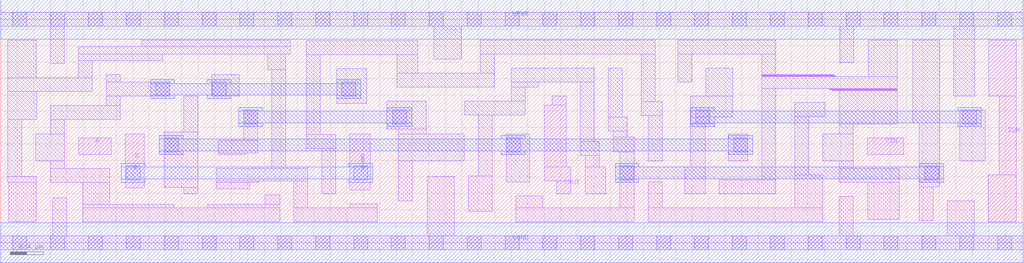
<source format=lef>
# Copyright 2020 The SkyWater PDK Authors
#
# Licensed under the Apache License, Version 2.0 (the "License");
# you may not use this file except in compliance with the License.
# You may obtain a copy of the License at
#
#     https://www.apache.org/licenses/LICENSE-2.0
#
# Unless required by applicable law or agreed to in writing, software
# distributed under the License is distributed on an "AS IS" BASIS,
# WITHOUT WARRANTIES OR CONDITIONS OF ANY KIND, either express or implied.
# See the License for the specific language governing permissions and
# limitations under the License.
#
# SPDX-License-Identifier: Apache-2.0

VERSION 5.7 ;
  NOWIREEXTENSIONATPIN ON ;
  DIVIDERCHAR "/" ;
  BUSBITCHARS "[]" ;
UNITS
  DATABASE MICRONS 200 ;
END UNITS
MACRO sky130_fd_sc_hd__fahcin_1
  CLASS CORE ;
  FOREIGN sky130_fd_sc_hd__fahcin_1 ;
  ORIGIN  0.000000  0.000000 ;
  SIZE  12.42000 BY  2.720000 ;
  SYMMETRY X Y R90 ;
  SITE unithd ;
  PIN A
    ANTENNAGATEAREA  0.247500 ;
    DIRECTION INPUT ;
    USE SIGNAL ;
    PORT
      LAYER li1 ;
        RECT 0.950000 1.075000 1.340000 1.275000 ;
    END
  END A
  PIN B
    ANTENNAGATEAREA  0.691500 ;
    DIRECTION INPUT ;
    USE SIGNAL ;
    PORT
      LAYER li1 ;
        RECT 1.510000 0.665000 1.740000 1.325000 ;
      LAYER mcon ;
        RECT 1.525000 0.765000 1.695000 0.935000 ;
    END
    PORT
      LAYER li1 ;
        RECT 4.240000 0.645000 4.490000 1.325000 ;
      LAYER mcon ;
        RECT 4.285000 0.765000 4.455000 0.935000 ;
    END
    PORT
      LAYER met1 ;
        RECT 1.465000 0.735000 1.755000 0.780000 ;
        RECT 1.465000 0.780000 4.515000 0.920000 ;
        RECT 1.465000 0.920000 1.755000 0.965000 ;
        RECT 4.225000 0.735000 4.515000 0.780000 ;
        RECT 4.225000 0.920000 4.515000 0.965000 ;
    END
  END B
  PIN CIN
    ANTENNAGATEAREA  0.493500 ;
    DIRECTION INPUT ;
    USE SIGNAL ;
    PORT
      LAYER li1 ;
        RECT 10.520000 1.075000 10.965000 1.275000 ;
    END
  END CIN
  PIN COUT
    ANTENNADIFFAREA  0.402800 ;
    DIRECTION OUTPUT ;
    USE SIGNAL ;
    PORT
      LAYER li1 ;
        RECT 6.600000 0.755000 6.925000 0.925000 ;
        RECT 6.600000 0.925000 6.870000 1.675000 ;
        RECT 6.700000 1.675000 6.870000 1.785000 ;
        RECT 6.755000 0.595000 6.925000 0.755000 ;
    END
  END COUT
  PIN SUM
    ANTENNADIFFAREA  0.470250 ;
    DIRECTION OUTPUT ;
    USE SIGNAL ;
    PORT
      LAYER li1 ;
        RECT 11.995000 0.255000 12.335000 0.825000 ;
        RECT 12.000000 1.785000 12.335000 2.465000 ;
        RECT 12.125000 0.825000 12.335000 1.785000 ;
    END
  END SUM
  PIN VGND
    DIRECTION INOUT ;
    SHAPE ABUTMENT ;
    USE GROUND ;
    PORT
      LAYER met1 ;
        RECT 0.000000 -0.240000 12.420000 0.240000 ;
    END
  END VGND
  PIN VPWR
    DIRECTION INOUT ;
    SHAPE ABUTMENT ;
    USE POWER ;
    PORT
      LAYER met1 ;
        RECT 0.000000 2.480000 12.420000 2.960000 ;
    END
  END VPWR
  OBS
    LAYER li1 ;
      RECT  0.000000 -0.085000 12.420000 0.085000 ;
      RECT  0.000000  2.635000 12.420000 2.805000 ;
      RECT  0.085000  0.735000  0.430000 0.805000 ;
      RECT  0.085000  0.805000  0.255000 1.500000 ;
      RECT  0.085000  1.500000  0.440000 1.840000 ;
      RECT  0.085000  1.840000  1.110000 2.010000 ;
      RECT  0.085000  2.010000  0.430000 2.465000 ;
      RECT  0.100000  0.255000  0.430000 0.735000 ;
      RECT  0.425000  0.995000  0.780000 1.325000 ;
      RECT  0.600000  2.180000  0.770000 2.635000 ;
      RECT  0.610000  0.735000  1.325000 0.905000 ;
      RECT  0.610000  0.905000  0.780000 0.995000 ;
      RECT  0.610000  1.325000  0.780000 1.500000 ;
      RECT  0.610000  1.500000  1.450000 1.670000 ;
      RECT  0.630000  0.085000  0.800000 0.545000 ;
      RECT  0.940000  2.010000  1.110000 2.215000 ;
      RECT  0.940000  2.215000  1.970000 2.295000 ;
      RECT  0.940000  2.295000  3.515000 2.385000 ;
      RECT  0.995000  0.255000  3.390000 0.425000 ;
      RECT  0.995000  0.425000  2.100000 0.465000 ;
      RECT  0.995000  0.465000  1.325000 0.735000 ;
      RECT  1.280000  1.670000  1.450000 1.785000 ;
      RECT  1.280000  1.785000  2.050000 1.955000 ;
      RECT  1.280000  1.955000  1.450000 2.045000 ;
      RECT  1.715000  2.385000  3.515000 2.465000 ;
      RECT  1.985000  0.675000  2.390000 1.350000 ;
      RECT  2.220000  0.595000  2.390000 0.675000 ;
      RECT  2.220000  1.350000  2.390000 1.785000 ;
      RECT  2.515000  0.425000  3.390000 0.465000 ;
      RECT  2.565000  1.785000  2.895000 2.045000 ;
      RECT  2.620000  0.655000  3.025000 0.735000 ;
      RECT  2.620000  0.735000  3.135000 0.755000 ;
      RECT  2.620000  0.755000  3.730000 0.905000 ;
      RECT  2.640000  1.075000  2.970000 1.095000 ;
      RECT  2.640000  1.095000  3.120000 1.245000 ;
      RECT  2.800000  1.245000  3.120000 1.265000 ;
      RECT  2.950000  1.265000  3.120000 1.615000 ;
      RECT  3.055000  0.905000  3.730000 0.925000 ;
      RECT  3.215000  0.465000  3.390000 0.585000 ;
      RECT  3.245000  2.110000  3.460000 2.295000 ;
      RECT  3.290000  0.925000  3.460000 2.110000 ;
      RECT  3.560000  0.255000  4.570000 0.425000 ;
      RECT  3.560000  0.425000  3.730000 0.755000 ;
      RECT  3.710000  1.150000  4.070000 1.320000 ;
      RECT  3.710000  1.320000  3.880000 2.290000 ;
      RECT  3.710000  2.290000  5.065000 2.460000 ;
      RECT  3.900000  0.595000  4.070000 1.150000 ;
      RECT  4.080000  1.695000  4.445000 2.120000 ;
      RECT  4.240000  0.425000  4.570000 0.475000 ;
      RECT  4.690000  1.385000  5.170000 1.725000 ;
      RECT  4.815000  1.895000  5.995000 2.065000 ;
      RECT  4.815000  2.065000  5.065000 2.290000 ;
      RECT  4.830000  0.510000  5.000000 0.995000 ;
      RECT  4.830000  0.995000  5.630000 1.325000 ;
      RECT  4.830000  1.325000  5.170000 1.385000 ;
      RECT  5.180000  0.085000  5.510000 0.805000 ;
      RECT  5.260000  2.235000  5.590000 2.635000 ;
      RECT  5.635000  1.555000  6.370000 1.725000 ;
      RECT  5.680000  0.380000  5.970000 0.815000 ;
      RECT  5.800000  0.815000  5.970000 1.555000 ;
      RECT  5.825000  2.065000  5.995000 2.295000 ;
      RECT  5.825000  2.295000  7.950000 2.465000 ;
      RECT  6.140000  0.740000  6.425000 1.325000 ;
      RECT  6.200000  1.725000  6.370000 1.895000 ;
      RECT  6.200000  1.895000  6.530000 1.955000 ;
      RECT  6.200000  1.955000  7.210000 2.125000 ;
      RECT  6.255000  0.255000  7.695000 0.425000 ;
      RECT  6.255000  0.425000  6.585000 0.570000 ;
      RECT  7.040000  1.060000  7.270000 1.230000 ;
      RECT  7.040000  1.230000  7.210000 1.955000 ;
      RECT  7.100000  0.595000  7.350000 0.925000 ;
      RECT  7.100000  0.925000  7.270000 1.060000 ;
      RECT  7.380000  1.360000  7.610000 1.530000 ;
      RECT  7.380000  1.530000  7.550000 2.125000 ;
      RECT  7.440000  1.105000  7.695000 1.290000 ;
      RECT  7.440000  1.290000  7.610000 1.360000 ;
      RECT  7.520000  0.425000  7.695000 1.105000 ;
      RECT  7.780000  1.550000  8.035000 1.720000 ;
      RECT  7.780000  1.720000  7.950000 2.295000 ;
      RECT  7.865000  0.255000  9.980000 0.425000 ;
      RECT  7.865000  0.425000  8.035000 0.740000 ;
      RECT  7.865000  0.995000  8.035000 1.550000 ;
      RECT  8.220000  1.955000  8.390000 2.295000 ;
      RECT  8.220000  2.295000  9.410000 2.465000 ;
      RECT  8.305000  0.595000  8.555000 0.925000 ;
      RECT  8.375000  0.925000  8.555000 1.445000 ;
      RECT  8.375000  1.445000  8.670000 1.530000 ;
      RECT  8.375000  1.530000  8.890000 1.785000 ;
      RECT  8.560000  1.785000  8.890000 2.125000 ;
      RECT  8.725000  0.595000  9.410000 0.765000 ;
      RECT  8.835000  0.995000  9.070000 1.325000 ;
      RECT  9.240000  0.765000  9.410000 1.875000 ;
      RECT  9.240000  1.875000 10.885000 2.025000 ;
      RECT  9.240000  2.025000 10.145000 2.030000 ;
      RECT  9.240000  2.030000 10.130000 2.035000 ;
      RECT  9.240000  2.035000 10.120000 2.040000 ;
      RECT  9.240000  2.040000 10.105000 2.045000 ;
      RECT  9.240000  2.045000  9.410000 2.295000 ;
      RECT  9.640000  0.425000  9.980000 0.825000 ;
      RECT  9.640000  0.825000  9.810000 1.535000 ;
      RECT  9.640000  1.535000 10.010000 1.705000 ;
      RECT  9.980000  0.995000 10.350000 1.325000 ;
      RECT 10.055000  1.870000 10.885000 1.875000 ;
      RECT 10.070000  1.865000 10.885000 1.870000 ;
      RECT 10.085000  1.860000 10.885000 1.865000 ;
      RECT 10.100000  1.855000 10.885000 1.860000 ;
      RECT 10.180000  0.085000 10.350000 0.565000 ;
      RECT 10.180000  0.735000 10.910000 0.905000 ;
      RECT 10.180000  0.905000 10.350000 0.995000 ;
      RECT 10.180000  1.325000 10.350000 1.445000 ;
      RECT 10.180000  1.445000 10.885000 1.855000 ;
      RECT 10.190000  2.195000 10.360000 2.635000 ;
      RECT 10.530000  0.285000 10.910000 0.735000 ;
      RECT 10.535000  2.025000 10.885000 2.465000 ;
      RECT 11.075000  1.455000 11.405000 2.465000 ;
      RECT 11.155000  0.270000 11.325000 0.680000 ;
      RECT 11.155000  0.680000 11.405000 1.455000 ;
      RECT 11.495000  0.085000 11.825000 0.510000 ;
      RECT 11.575000  1.785000 11.830000 2.635000 ;
      RECT 11.645000  0.995000 11.955000 1.615000 ;
    LAYER mcon ;
      RECT  0.145000 -0.085000  0.315000 0.085000 ;
      RECT  0.145000  2.635000  0.315000 2.805000 ;
      RECT  0.605000 -0.085000  0.775000 0.085000 ;
      RECT  0.605000  2.635000  0.775000 2.805000 ;
      RECT  1.065000 -0.085000  1.235000 0.085000 ;
      RECT  1.065000  2.635000  1.235000 2.805000 ;
      RECT  1.525000 -0.085000  1.695000 0.085000 ;
      RECT  1.525000  2.635000  1.695000 2.805000 ;
      RECT  1.880000  1.785000  2.050000 1.955000 ;
      RECT  1.985000 -0.085000  2.155000 0.085000 ;
      RECT  1.985000  1.105000  2.155000 1.275000 ;
      RECT  1.985000  2.635000  2.155000 2.805000 ;
      RECT  2.445000 -0.085000  2.615000 0.085000 ;
      RECT  2.445000  2.635000  2.615000 2.805000 ;
      RECT  2.570000  1.785000  2.740000 1.955000 ;
      RECT  2.905000 -0.085000  3.075000 0.085000 ;
      RECT  2.905000  2.635000  3.075000 2.805000 ;
      RECT  2.950000  1.445000  3.120000 1.615000 ;
      RECT  3.365000 -0.085000  3.535000 0.085000 ;
      RECT  3.365000  2.635000  3.535000 2.805000 ;
      RECT  3.825000 -0.085000  3.995000 0.085000 ;
      RECT  3.825000  2.635000  3.995000 2.805000 ;
      RECT  4.140000  1.785000  4.310000 1.955000 ;
      RECT  4.285000 -0.085000  4.455000 0.085000 ;
      RECT  4.285000  2.635000  4.455000 2.805000 ;
      RECT  4.745000 -0.085000  4.915000 0.085000 ;
      RECT  4.745000  2.635000  4.915000 2.805000 ;
      RECT  4.760000  1.445000  4.930000 1.615000 ;
      RECT  5.205000 -0.085000  5.375000 0.085000 ;
      RECT  5.205000  2.635000  5.375000 2.805000 ;
      RECT  5.665000 -0.085000  5.835000 0.085000 ;
      RECT  5.665000  2.635000  5.835000 2.805000 ;
      RECT  6.125000 -0.085000  6.295000 0.085000 ;
      RECT  6.125000  2.635000  6.295000 2.805000 ;
      RECT  6.140000  1.105000  6.310000 1.275000 ;
      RECT  6.585000 -0.085000  6.755000 0.085000 ;
      RECT  6.585000  2.635000  6.755000 2.805000 ;
      RECT  7.045000 -0.085000  7.215000 0.085000 ;
      RECT  7.045000  2.635000  7.215000 2.805000 ;
      RECT  7.505000 -0.085000  7.675000 0.085000 ;
      RECT  7.505000  2.635000  7.675000 2.805000 ;
      RECT  7.520000  0.765000  7.690000 0.935000 ;
      RECT  7.965000 -0.085000  8.135000 0.085000 ;
      RECT  7.965000  2.635000  8.135000 2.805000 ;
      RECT  8.425000 -0.085000  8.595000 0.085000 ;
      RECT  8.425000  2.635000  8.595000 2.805000 ;
      RECT  8.440000  1.445000  8.610000 1.615000 ;
      RECT  8.885000 -0.085000  9.055000 0.085000 ;
      RECT  8.885000  2.635000  9.055000 2.805000 ;
      RECT  8.900000  1.105000  9.070000 1.275000 ;
      RECT  9.345000 -0.085000  9.515000 0.085000 ;
      RECT  9.345000  2.635000  9.515000 2.805000 ;
      RECT  9.805000 -0.085000  9.975000 0.085000 ;
      RECT  9.805000  2.635000  9.975000 2.805000 ;
      RECT 10.265000 -0.085000 10.435000 0.085000 ;
      RECT 10.265000  2.635000 10.435000 2.805000 ;
      RECT 10.725000 -0.085000 10.895000 0.085000 ;
      RECT 10.725000  2.635000 10.895000 2.805000 ;
      RECT 11.185000 -0.085000 11.355000 0.085000 ;
      RECT 11.185000  2.635000 11.355000 2.805000 ;
      RECT 11.220000  0.765000 11.390000 0.935000 ;
      RECT 11.645000 -0.085000 11.815000 0.085000 ;
      RECT 11.645000  2.635000 11.815000 2.805000 ;
      RECT 11.680000  1.445000 11.850000 1.615000 ;
      RECT 12.105000 -0.085000 12.275000 0.085000 ;
      RECT 12.105000  2.635000 12.275000 2.805000 ;
    LAYER met1 ;
      RECT  1.820000 1.755000  2.110000 1.800000 ;
      RECT  1.820000 1.800000  4.370000 1.940000 ;
      RECT  1.820000 1.940000  2.110000 1.985000 ;
      RECT  1.925000 1.075000  2.215000 1.120000 ;
      RECT  1.925000 1.120000  9.130000 1.260000 ;
      RECT  1.925000 1.260000  2.215000 1.305000 ;
      RECT  2.510000 1.755000  2.800000 1.800000 ;
      RECT  2.510000 1.940000  2.800000 1.985000 ;
      RECT  2.890000 1.415000  3.180000 1.460000 ;
      RECT  2.890000 1.460000  4.990000 1.600000 ;
      RECT  2.890000 1.600000  3.180000 1.645000 ;
      RECT  4.080000 1.755000  4.370000 1.800000 ;
      RECT  4.080000 1.940000  4.370000 1.985000 ;
      RECT  4.700000 1.415000  4.990000 1.460000 ;
      RECT  4.700000 1.600000  4.990000 1.645000 ;
      RECT  6.080000 1.075000  6.370000 1.120000 ;
      RECT  6.080000 1.260000  6.370000 1.305000 ;
      RECT  7.460000 0.735000  7.750000 0.780000 ;
      RECT  7.460000 0.780000 11.450000 0.920000 ;
      RECT  7.460000 0.920000  7.750000 0.965000 ;
      RECT  8.380000 1.415000  8.670000 1.460000 ;
      RECT  8.380000 1.460000 11.910000 1.600000 ;
      RECT  8.380000 1.600000  8.670000 1.645000 ;
      RECT  8.840000 1.075000  9.130000 1.120000 ;
      RECT  8.840000 1.260000  9.130000 1.305000 ;
      RECT 11.160000 0.735000 11.450000 0.780000 ;
      RECT 11.160000 0.920000 11.450000 0.965000 ;
      RECT 11.620000 1.415000 11.910000 1.460000 ;
      RECT 11.620000 1.600000 11.910000 1.645000 ;
  END
END sky130_fd_sc_hd__fahcin_1
END LIBRARY

</source>
